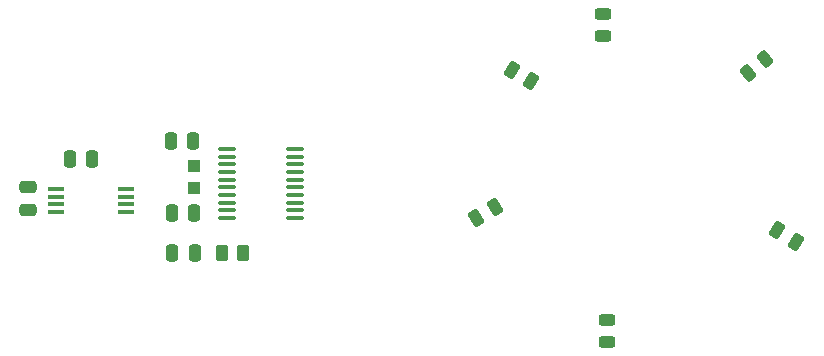
<source format=gbr>
%TF.GenerationSoftware,KiCad,Pcbnew,8.0.0*%
%TF.CreationDate,2024-03-19T15:36:10-05:00*%
%TF.ProjectId,NFCBuisnessV3,4e464342-7569-4736-9e65-737356332e6b,rev?*%
%TF.SameCoordinates,Original*%
%TF.FileFunction,Paste,Top*%
%TF.FilePolarity,Positive*%
%FSLAX46Y46*%
G04 Gerber Fmt 4.6, Leading zero omitted, Abs format (unit mm)*
G04 Created by KiCad (PCBNEW 8.0.0) date 2024-03-19 15:36:10*
%MOMM*%
%LPD*%
G01*
G04 APERTURE LIST*
G04 Aperture macros list*
%AMRoundRect*
0 Rectangle with rounded corners*
0 $1 Rounding radius*
0 $2 $3 $4 $5 $6 $7 $8 $9 X,Y pos of 4 corners*
0 Add a 4 corners polygon primitive as box body*
4,1,4,$2,$3,$4,$5,$6,$7,$8,$9,$2,$3,0*
0 Add four circle primitives for the rounded corners*
1,1,$1+$1,$2,$3*
1,1,$1+$1,$4,$5*
1,1,$1+$1,$6,$7*
1,1,$1+$1,$8,$9*
0 Add four rect primitives between the rounded corners*
20,1,$1+$1,$2,$3,$4,$5,0*
20,1,$1+$1,$4,$5,$6,$7,0*
20,1,$1+$1,$6,$7,$8,$9,0*
20,1,$1+$1,$8,$9,$2,$3,0*%
G04 Aperture macros list end*
%ADD10R,1.409700X0.355600*%
%ADD11R,1.100000X1.050000*%
%ADD12RoundRect,0.250000X0.250000X0.475000X-0.250000X0.475000X-0.250000X-0.475000X0.250000X-0.475000X0*%
%ADD13RoundRect,0.243750X-0.439219X-0.273249X-0.017031X-0.516999X0.439219X0.273249X0.017031X0.516999X0*%
%ADD14RoundRect,0.250000X-0.250000X-0.475000X0.250000X-0.475000X0.250000X0.475000X-0.250000X0.475000X0*%
%ADD15RoundRect,0.250000X0.475000X-0.250000X0.475000X0.250000X-0.475000X0.250000X-0.475000X-0.250000X0*%
%ADD16RoundRect,0.243750X0.106549X-0.506187X0.479995X-0.192828X-0.106549X0.506187X-0.479995X0.192828X0*%
%ADD17RoundRect,0.100000X-0.637500X-0.100000X0.637500X-0.100000X0.637500X0.100000X-0.637500X0.100000X0*%
%ADD18RoundRect,0.243750X0.017031X-0.516999X0.439219X-0.273249X-0.017031X0.516999X-0.439219X0.273249X0*%
%ADD19RoundRect,0.243750X-0.443921X-0.265542X-0.026052X-0.516623X0.443921X0.265542X0.026052X0.516623X0*%
%ADD20RoundRect,0.243750X0.456250X-0.243750X0.456250X0.243750X-0.456250X0.243750X-0.456250X-0.243750X0*%
%ADD21RoundRect,0.250000X-0.262500X-0.450000X0.262500X-0.450000X0.262500X0.450000X-0.262500X0.450000X0*%
G04 APERTURE END LIST*
D10*
%TO.C,U1*%
X119894500Y-90900042D03*
X119894500Y-91550028D03*
X119894500Y-92200014D03*
X119894500Y-92850000D03*
X125800000Y-92850000D03*
X125800000Y-92200014D03*
X125800000Y-91550028D03*
X125800000Y-90900042D03*
%TD*%
D11*
%TO.C,Y1*%
X131500000Y-90825000D03*
X131500000Y-88975000D03*
%TD*%
D12*
%TO.C,C5*%
X131550000Y-92900000D03*
X129650000Y-92900000D03*
%TD*%
%TO.C,C4*%
X131450000Y-86800000D03*
X129550000Y-86800000D03*
%TD*%
D13*
%TO.C,D2*%
X158438101Y-80781250D03*
X160061899Y-81718750D03*
%TD*%
D14*
%TO.C,C3*%
X131600000Y-96300000D03*
X129700000Y-96300000D03*
%TD*%
%TO.C,C1*%
X121000000Y-88350000D03*
X122900000Y-88350000D03*
%TD*%
D15*
%TO.C,C2*%
X117500000Y-92647500D03*
X117500000Y-90747500D03*
%TD*%
D16*
%TO.C,D4*%
X178450000Y-81050000D03*
X179886334Y-79844774D03*
%TD*%
D17*
%TO.C,U2*%
X134375000Y-87500000D03*
X134375000Y-88150000D03*
X134375000Y-88800000D03*
X134375000Y-89450000D03*
X134375000Y-90100000D03*
X134375000Y-90750000D03*
X134375000Y-91400000D03*
X134375000Y-92050000D03*
X134375000Y-92700000D03*
X134375000Y-93350000D03*
X140100000Y-93350000D03*
X140100000Y-92700000D03*
X140100000Y-92050000D03*
X140100000Y-91400000D03*
X140100000Y-90750000D03*
X140100000Y-90100000D03*
X140100000Y-89450000D03*
X140100000Y-88800000D03*
X140100000Y-88150000D03*
X140100000Y-87500000D03*
%TD*%
D18*
%TO.C,D1*%
X155426202Y-93387500D03*
X157050000Y-92450000D03*
%TD*%
D19*
%TO.C,D5*%
X180900000Y-94400000D03*
X182507188Y-95365696D03*
%TD*%
D20*
%TO.C,D3*%
X166150000Y-77950000D03*
X166150000Y-76075000D03*
%TD*%
%TO.C,D6*%
X166500000Y-103825000D03*
X166500000Y-101950000D03*
%TD*%
D21*
%TO.C,R1*%
X133887500Y-96300000D03*
X135712500Y-96300000D03*
%TD*%
M02*

</source>
